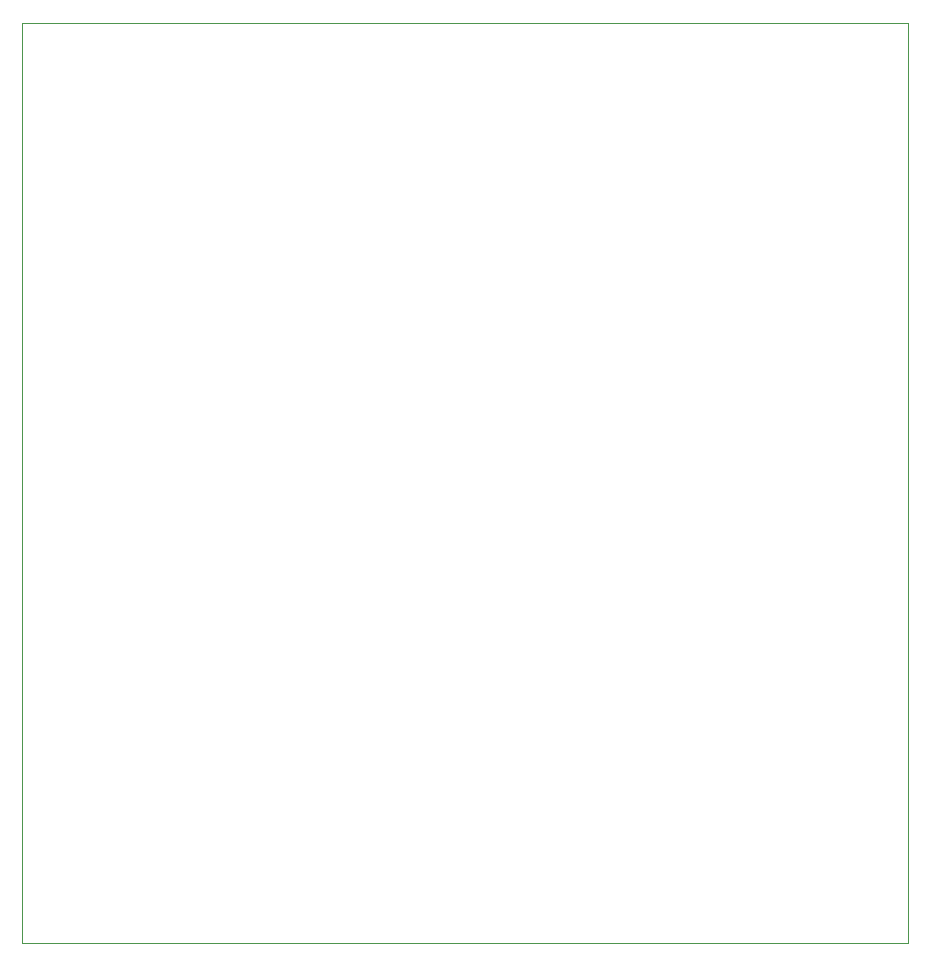
<source format=gbr>
%TF.GenerationSoftware,Altium Limited,Altium Designer,23.6.0 (18)*%
G04 Layer_Color=0*
%FSLAX26Y26*%
%MOIN*%
%TF.SameCoordinates,9B35E0B2-5C19-4761-B797-B6A5D59CF105*%
%TF.FilePolarity,Positive*%
%TF.FileFunction,Profile,NP*%
%TF.Part,Single*%
G01*
G75*
%TA.AperFunction,Profile*%
%ADD76C,0.001000*%
D76*
X9782935Y1583079D02*
X9782870Y1583144D01*
Y4648055D01*
X6830022Y4648057D01*
X6830000Y4648079D01*
Y1583079D01*
X9782935D01*
%TF.MD5,00a0133f5a69e507bfa7fdcf6c780b9b*%
M02*

</source>
